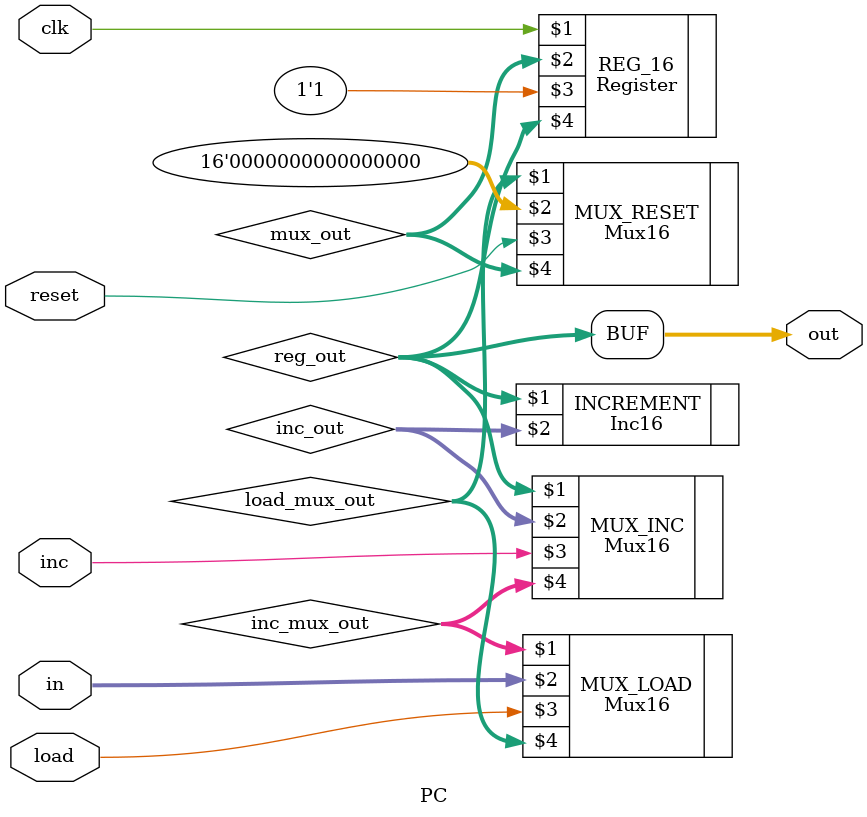
<source format=v>
/**
 * A 16-bit counter with load and reset control bits.
 * if      (reset[t] == 1) out[t+1] = 0
 * else if (load[t] == 1)  out[t+1] = in[t]
 * else if (inc[t] == 1)   out[t+1] = out[t] + 1  (integer addition)
 * else                    out[t+1] = out[t]
 */

`default_nettype none
module PC(
	input clk,
	input [15:0] in,
	input load,
	input inc,
	input reset,
	output [15:0] out
);	
    wire [15:0] reg_out;
    wire [15:0] inc_out;
    wire [15:0]
 mux_out;
    wire [15:0] inc_mux_out;
    wire [15:0] load_mux_out;

    // Internal register
    Register REG_16 (
        clk,
        mux_out,
        1'b1,      // Always load into Register each clock cycle
        reg_out
    );

    // Increment logic
    Inc16 INCREMENT (
        reg_out,
        inc_out
    );

    // First Mux: choose between current value and incremented value
    Mux16 MUX_INC (
        reg_out,
        inc_out,
        inc,
        inc_mux_out
    );

    // Second Mux: choose between increment result and external input
    Mux16 MUX_LOAD (
        inc_mux_out,
        in,
        load,
        load_mux_out
    );

    // Final Mux: reset logic
    Mux16 MUX_RESET (
        load_mux_out,
        16'b0,
        reset,
        mux_out
    );
    assign out = reg_out;
	//--------------------
endmodule

</source>
